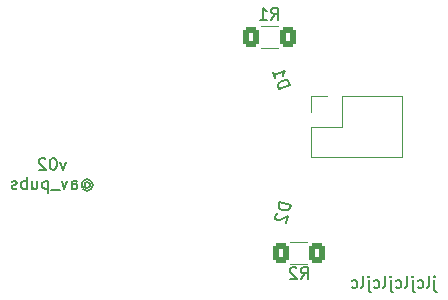
<source format=gbo>
%TF.GenerationSoftware,KiCad,Pcbnew,(6.99.0-2452-gdb4f2d9dd8)*%
%TF.CreationDate,2022-07-19T04:59:32+04:00*%
%TF.ProjectId,jwtelescope,6a777465-6c65-4736-936f-70652e6b6963,rev?*%
%TF.SameCoordinates,Original*%
%TF.FileFunction,Legend,Bot*%
%TF.FilePolarity,Positive*%
%FSLAX46Y46*%
G04 Gerber Fmt 4.6, Leading zero omitted, Abs format (unit mm)*
G04 Created by KiCad (PCBNEW (6.99.0-2452-gdb4f2d9dd8)) date 2022-07-19 04:59:32*
%MOMM*%
%LPD*%
G01*
G04 APERTURE LIST*
G04 Aperture macros list*
%AMRoundRect*
0 Rectangle with rounded corners*
0 $1 Rounding radius*
0 $2 $3 $4 $5 $6 $7 $8 $9 X,Y pos of 4 corners*
0 Add a 4 corners polygon primitive as box body*
4,1,4,$2,$3,$4,$5,$6,$7,$8,$9,$2,$3,0*
0 Add four circle primitives for the rounded corners*
1,1,$1+$1,$2,$3*
1,1,$1+$1,$4,$5*
1,1,$1+$1,$6,$7*
1,1,$1+$1,$8,$9*
0 Add four rect primitives between the rounded corners*
20,1,$1+$1,$2,$3,$4,$5,0*
20,1,$1+$1,$4,$5,$6,$7,0*
20,1,$1+$1,$6,$7,$8,$9,0*
20,1,$1+$1,$8,$9,$2,$3,0*%
G04 Aperture macros list end*
%ADD10C,0.150000*%
%ADD11C,0.120000*%
%ADD12RoundRect,0.250000X-0.400000X-0.625000X0.400000X-0.625000X0.400000X0.625000X-0.400000X0.625000X0*%
%ADD13R,1.700000X1.700000*%
%ADD14O,1.700000X1.700000*%
%ADD15RoundRect,0.250001X0.483999X-0.608501X0.723406X0.284978X-0.483999X0.608501X-0.723406X-0.284978X0*%
%ADD16RoundRect,0.250001X0.741523X-0.233822X0.440373X0.640781X-0.741523X0.233822X-0.440373X-0.640781X0*%
%ADD17RoundRect,0.250000X0.400000X0.625000X-0.400000X0.625000X-0.400000X-0.625000X0.400000X-0.625000X0*%
G04 APERTURE END LIST*
D10*
X76990475Y-47290714D02*
X76752380Y-47957380D01*
X76752380Y-47957380D02*
X76514285Y-47290714D01*
X75942856Y-46957380D02*
X75847618Y-46957380D01*
X75847618Y-46957380D02*
X75752380Y-47005000D01*
X75752380Y-47005000D02*
X75704761Y-47052619D01*
X75704761Y-47052619D02*
X75657142Y-47147857D01*
X75657142Y-47147857D02*
X75609523Y-47338333D01*
X75609523Y-47338333D02*
X75609523Y-47576428D01*
X75609523Y-47576428D02*
X75657142Y-47766904D01*
X75657142Y-47766904D02*
X75704761Y-47862142D01*
X75704761Y-47862142D02*
X75752380Y-47909761D01*
X75752380Y-47909761D02*
X75847618Y-47957380D01*
X75847618Y-47957380D02*
X75942856Y-47957380D01*
X75942856Y-47957380D02*
X76038094Y-47909761D01*
X76038094Y-47909761D02*
X76085713Y-47862142D01*
X76085713Y-47862142D02*
X76133332Y-47766904D01*
X76133332Y-47766904D02*
X76180951Y-47576428D01*
X76180951Y-47576428D02*
X76180951Y-47338333D01*
X76180951Y-47338333D02*
X76133332Y-47147857D01*
X76133332Y-47147857D02*
X76085713Y-47052619D01*
X76085713Y-47052619D02*
X76038094Y-47005000D01*
X76038094Y-47005000D02*
X75942856Y-46957380D01*
X75228570Y-47052619D02*
X75180951Y-47005000D01*
X75180951Y-47005000D02*
X75085713Y-46957380D01*
X75085713Y-46957380D02*
X74847618Y-46957380D01*
X74847618Y-46957380D02*
X74752380Y-47005000D01*
X74752380Y-47005000D02*
X74704761Y-47052619D01*
X74704761Y-47052619D02*
X74657142Y-47147857D01*
X74657142Y-47147857D02*
X74657142Y-47243095D01*
X74657142Y-47243095D02*
X74704761Y-47385952D01*
X74704761Y-47385952D02*
X75276189Y-47957380D01*
X75276189Y-47957380D02*
X74657142Y-47957380D01*
X78561905Y-49101190D02*
X78609524Y-49053571D01*
X78609524Y-49053571D02*
X78704762Y-49005952D01*
X78704762Y-49005952D02*
X78800000Y-49005952D01*
X78800000Y-49005952D02*
X78895238Y-49053571D01*
X78895238Y-49053571D02*
X78942857Y-49101190D01*
X78942857Y-49101190D02*
X78990476Y-49196428D01*
X78990476Y-49196428D02*
X78990476Y-49291666D01*
X78990476Y-49291666D02*
X78942857Y-49386904D01*
X78942857Y-49386904D02*
X78895238Y-49434523D01*
X78895238Y-49434523D02*
X78800000Y-49482142D01*
X78800000Y-49482142D02*
X78704762Y-49482142D01*
X78704762Y-49482142D02*
X78609524Y-49434523D01*
X78609524Y-49434523D02*
X78561905Y-49386904D01*
X78561905Y-49005952D02*
X78561905Y-49386904D01*
X78561905Y-49386904D02*
X78514286Y-49434523D01*
X78514286Y-49434523D02*
X78466667Y-49434523D01*
X78466667Y-49434523D02*
X78371428Y-49386904D01*
X78371428Y-49386904D02*
X78323809Y-49291666D01*
X78323809Y-49291666D02*
X78323809Y-49053571D01*
X78323809Y-49053571D02*
X78419048Y-48910714D01*
X78419048Y-48910714D02*
X78561905Y-48815476D01*
X78561905Y-48815476D02*
X78752381Y-48767857D01*
X78752381Y-48767857D02*
X78942857Y-48815476D01*
X78942857Y-48815476D02*
X79085714Y-48910714D01*
X79085714Y-48910714D02*
X79180952Y-49053571D01*
X79180952Y-49053571D02*
X79228571Y-49244047D01*
X79228571Y-49244047D02*
X79180952Y-49434523D01*
X79180952Y-49434523D02*
X79085714Y-49577380D01*
X79085714Y-49577380D02*
X78942857Y-49672619D01*
X78942857Y-49672619D02*
X78752381Y-49720238D01*
X78752381Y-49720238D02*
X78561905Y-49672619D01*
X78561905Y-49672619D02*
X78419048Y-49577380D01*
X77466667Y-49577380D02*
X77466667Y-49053571D01*
X77466667Y-49053571D02*
X77514286Y-48958333D01*
X77514286Y-48958333D02*
X77609524Y-48910714D01*
X77609524Y-48910714D02*
X77800000Y-48910714D01*
X77800000Y-48910714D02*
X77895238Y-48958333D01*
X77466667Y-49529761D02*
X77561905Y-49577380D01*
X77561905Y-49577380D02*
X77800000Y-49577380D01*
X77800000Y-49577380D02*
X77895238Y-49529761D01*
X77895238Y-49529761D02*
X77942857Y-49434523D01*
X77942857Y-49434523D02*
X77942857Y-49339285D01*
X77942857Y-49339285D02*
X77895238Y-49244047D01*
X77895238Y-49244047D02*
X77800000Y-49196428D01*
X77800000Y-49196428D02*
X77561905Y-49196428D01*
X77561905Y-49196428D02*
X77466667Y-49148809D01*
X77085714Y-48910714D02*
X76847619Y-49577380D01*
X76847619Y-49577380D02*
X76609524Y-48910714D01*
X76466667Y-49672619D02*
X75704762Y-49672619D01*
X75466666Y-48910714D02*
X75466666Y-49910714D01*
X75466666Y-48958333D02*
X75371428Y-48910714D01*
X75371428Y-48910714D02*
X75180952Y-48910714D01*
X75180952Y-48910714D02*
X75085714Y-48958333D01*
X75085714Y-48958333D02*
X75038095Y-49005952D01*
X75038095Y-49005952D02*
X74990476Y-49101190D01*
X74990476Y-49101190D02*
X74990476Y-49386904D01*
X74990476Y-49386904D02*
X75038095Y-49482142D01*
X75038095Y-49482142D02*
X75085714Y-49529761D01*
X75085714Y-49529761D02*
X75180952Y-49577380D01*
X75180952Y-49577380D02*
X75371428Y-49577380D01*
X75371428Y-49577380D02*
X75466666Y-49529761D01*
X74133333Y-48910714D02*
X74133333Y-49577380D01*
X74561904Y-48910714D02*
X74561904Y-49434523D01*
X74561904Y-49434523D02*
X74514285Y-49529761D01*
X74514285Y-49529761D02*
X74419047Y-49577380D01*
X74419047Y-49577380D02*
X74276190Y-49577380D01*
X74276190Y-49577380D02*
X74180952Y-49529761D01*
X74180952Y-49529761D02*
X74133333Y-49482142D01*
X73657142Y-49577380D02*
X73657142Y-48577380D01*
X73657142Y-48958333D02*
X73561904Y-48910714D01*
X73561904Y-48910714D02*
X73371428Y-48910714D01*
X73371428Y-48910714D02*
X73276190Y-48958333D01*
X73276190Y-48958333D02*
X73228571Y-49005952D01*
X73228571Y-49005952D02*
X73180952Y-49101190D01*
X73180952Y-49101190D02*
X73180952Y-49386904D01*
X73180952Y-49386904D02*
X73228571Y-49482142D01*
X73228571Y-49482142D02*
X73276190Y-49529761D01*
X73276190Y-49529761D02*
X73371428Y-49577380D01*
X73371428Y-49577380D02*
X73561904Y-49577380D01*
X73561904Y-49577380D02*
X73657142Y-49529761D01*
X72799999Y-49529761D02*
X72704761Y-49577380D01*
X72704761Y-49577380D02*
X72514285Y-49577380D01*
X72514285Y-49577380D02*
X72419047Y-49529761D01*
X72419047Y-49529761D02*
X72371428Y-49434523D01*
X72371428Y-49434523D02*
X72371428Y-49386904D01*
X72371428Y-49386904D02*
X72419047Y-49291666D01*
X72419047Y-49291666D02*
X72514285Y-49244047D01*
X72514285Y-49244047D02*
X72657142Y-49244047D01*
X72657142Y-49244047D02*
X72752380Y-49196428D01*
X72752380Y-49196428D02*
X72799999Y-49101190D01*
X72799999Y-49101190D02*
X72799999Y-49053571D01*
X72799999Y-49053571D02*
X72752380Y-48958333D01*
X72752380Y-48958333D02*
X72657142Y-48910714D01*
X72657142Y-48910714D02*
X72514285Y-48910714D01*
X72514285Y-48910714D02*
X72419047Y-48958333D01*
X108176190Y-57300714D02*
X108176190Y-58157857D01*
X108176190Y-58157857D02*
X108223809Y-58253095D01*
X108223809Y-58253095D02*
X108319047Y-58300714D01*
X108319047Y-58300714D02*
X108366666Y-58300714D01*
X108176190Y-56967380D02*
X108223809Y-57015000D01*
X108223809Y-57015000D02*
X108176190Y-57062619D01*
X108176190Y-57062619D02*
X108128571Y-57015000D01*
X108128571Y-57015000D02*
X108176190Y-56967380D01*
X108176190Y-56967380D02*
X108176190Y-57062619D01*
X107557143Y-57967380D02*
X107652381Y-57919761D01*
X107652381Y-57919761D02*
X107700000Y-57824523D01*
X107700000Y-57824523D02*
X107700000Y-56967380D01*
X106747619Y-57919761D02*
X106842857Y-57967380D01*
X106842857Y-57967380D02*
X107033333Y-57967380D01*
X107033333Y-57967380D02*
X107128571Y-57919761D01*
X107128571Y-57919761D02*
X107176190Y-57872142D01*
X107176190Y-57872142D02*
X107223809Y-57776904D01*
X107223809Y-57776904D02*
X107223809Y-57491190D01*
X107223809Y-57491190D02*
X107176190Y-57395952D01*
X107176190Y-57395952D02*
X107128571Y-57348333D01*
X107128571Y-57348333D02*
X107033333Y-57300714D01*
X107033333Y-57300714D02*
X106842857Y-57300714D01*
X106842857Y-57300714D02*
X106747619Y-57348333D01*
X106319047Y-57300714D02*
X106319047Y-58157857D01*
X106319047Y-58157857D02*
X106366666Y-58253095D01*
X106366666Y-58253095D02*
X106461904Y-58300714D01*
X106461904Y-58300714D02*
X106509523Y-58300714D01*
X106319047Y-56967380D02*
X106366666Y-57015000D01*
X106366666Y-57015000D02*
X106319047Y-57062619D01*
X106319047Y-57062619D02*
X106271428Y-57015000D01*
X106271428Y-57015000D02*
X106319047Y-56967380D01*
X106319047Y-56967380D02*
X106319047Y-57062619D01*
X105700000Y-57967380D02*
X105795238Y-57919761D01*
X105795238Y-57919761D02*
X105842857Y-57824523D01*
X105842857Y-57824523D02*
X105842857Y-56967380D01*
X104890476Y-57919761D02*
X104985714Y-57967380D01*
X104985714Y-57967380D02*
X105176190Y-57967380D01*
X105176190Y-57967380D02*
X105271428Y-57919761D01*
X105271428Y-57919761D02*
X105319047Y-57872142D01*
X105319047Y-57872142D02*
X105366666Y-57776904D01*
X105366666Y-57776904D02*
X105366666Y-57491190D01*
X105366666Y-57491190D02*
X105319047Y-57395952D01*
X105319047Y-57395952D02*
X105271428Y-57348333D01*
X105271428Y-57348333D02*
X105176190Y-57300714D01*
X105176190Y-57300714D02*
X104985714Y-57300714D01*
X104985714Y-57300714D02*
X104890476Y-57348333D01*
X104461904Y-57300714D02*
X104461904Y-58157857D01*
X104461904Y-58157857D02*
X104509523Y-58253095D01*
X104509523Y-58253095D02*
X104604761Y-58300714D01*
X104604761Y-58300714D02*
X104652380Y-58300714D01*
X104461904Y-56967380D02*
X104509523Y-57015000D01*
X104509523Y-57015000D02*
X104461904Y-57062619D01*
X104461904Y-57062619D02*
X104414285Y-57015000D01*
X104414285Y-57015000D02*
X104461904Y-56967380D01*
X104461904Y-56967380D02*
X104461904Y-57062619D01*
X103842857Y-57967380D02*
X103938095Y-57919761D01*
X103938095Y-57919761D02*
X103985714Y-57824523D01*
X103985714Y-57824523D02*
X103985714Y-56967380D01*
X103033333Y-57919761D02*
X103128571Y-57967380D01*
X103128571Y-57967380D02*
X103319047Y-57967380D01*
X103319047Y-57967380D02*
X103414285Y-57919761D01*
X103414285Y-57919761D02*
X103461904Y-57872142D01*
X103461904Y-57872142D02*
X103509523Y-57776904D01*
X103509523Y-57776904D02*
X103509523Y-57491190D01*
X103509523Y-57491190D02*
X103461904Y-57395952D01*
X103461904Y-57395952D02*
X103414285Y-57348333D01*
X103414285Y-57348333D02*
X103319047Y-57300714D01*
X103319047Y-57300714D02*
X103128571Y-57300714D01*
X103128571Y-57300714D02*
X103033333Y-57348333D01*
X102604761Y-57300714D02*
X102604761Y-58157857D01*
X102604761Y-58157857D02*
X102652380Y-58253095D01*
X102652380Y-58253095D02*
X102747618Y-58300714D01*
X102747618Y-58300714D02*
X102795237Y-58300714D01*
X102604761Y-56967380D02*
X102652380Y-57015000D01*
X102652380Y-57015000D02*
X102604761Y-57062619D01*
X102604761Y-57062619D02*
X102557142Y-57015000D01*
X102557142Y-57015000D02*
X102604761Y-56967380D01*
X102604761Y-56967380D02*
X102604761Y-57062619D01*
X101985714Y-57967380D02*
X102080952Y-57919761D01*
X102080952Y-57919761D02*
X102128571Y-57824523D01*
X102128571Y-57824523D02*
X102128571Y-56967380D01*
X101176190Y-57919761D02*
X101271428Y-57967380D01*
X101271428Y-57967380D02*
X101461904Y-57967380D01*
X101461904Y-57967380D02*
X101557142Y-57919761D01*
X101557142Y-57919761D02*
X101604761Y-57872142D01*
X101604761Y-57872142D02*
X101652380Y-57776904D01*
X101652380Y-57776904D02*
X101652380Y-57491190D01*
X101652380Y-57491190D02*
X101604761Y-57395952D01*
X101604761Y-57395952D02*
X101557142Y-57348333D01*
X101557142Y-57348333D02*
X101461904Y-57300714D01*
X101461904Y-57300714D02*
X101271428Y-57300714D01*
X101271428Y-57300714D02*
X101176190Y-57348333D01*
X96866666Y-57187380D02*
X97199999Y-56711190D01*
X97438094Y-57187380D02*
X97438094Y-56187380D01*
X97438094Y-56187380D02*
X97057142Y-56187380D01*
X97057142Y-56187380D02*
X96961904Y-56235000D01*
X96961904Y-56235000D02*
X96914285Y-56282619D01*
X96914285Y-56282619D02*
X96866666Y-56377857D01*
X96866666Y-56377857D02*
X96866666Y-56520714D01*
X96866666Y-56520714D02*
X96914285Y-56615952D01*
X96914285Y-56615952D02*
X96961904Y-56663571D01*
X96961904Y-56663571D02*
X97057142Y-56711190D01*
X97057142Y-56711190D02*
X97438094Y-56711190D01*
X96485713Y-56282619D02*
X96438094Y-56235000D01*
X96438094Y-56235000D02*
X96342856Y-56187380D01*
X96342856Y-56187380D02*
X96104761Y-56187380D01*
X96104761Y-56187380D02*
X96009523Y-56235000D01*
X96009523Y-56235000D02*
X95961904Y-56282619D01*
X95961904Y-56282619D02*
X95914285Y-56377857D01*
X95914285Y-56377857D02*
X95914285Y-56473095D01*
X95914285Y-56473095D02*
X95961904Y-56615952D01*
X95961904Y-56615952D02*
X96533332Y-57187380D01*
X96533332Y-57187380D02*
X95914285Y-57187380D01*
X96003880Y-50953191D02*
X95037954Y-50694372D01*
X95037954Y-50694372D02*
X94976331Y-50924354D01*
X94976331Y-50924354D02*
X94985353Y-51074668D01*
X94985353Y-51074668D02*
X95052697Y-51191311D01*
X95052697Y-51191311D02*
X95132365Y-51261957D01*
X95132365Y-51261957D02*
X95304026Y-51357252D01*
X95304026Y-51357252D02*
X95442015Y-51394226D01*
X95442015Y-51394226D02*
X95638326Y-51397528D01*
X95638326Y-51397528D02*
X95742644Y-51376181D01*
X95742644Y-51376181D02*
X95859286Y-51308838D01*
X95859286Y-51308838D02*
X95942257Y-51183173D01*
X95942257Y-51183173D02*
X96003880Y-50953191D01*
X94883453Y-51638951D02*
X94825132Y-51672622D01*
X94825132Y-51672622D02*
X94754486Y-51752291D01*
X94754486Y-51752291D02*
X94692862Y-51982273D01*
X94692862Y-51982273D02*
X94714209Y-52086591D01*
X94714209Y-52086591D02*
X94747881Y-52144912D01*
X94747881Y-52144912D02*
X94827549Y-52215558D01*
X94827549Y-52215558D02*
X94919542Y-52240207D01*
X94919542Y-52240207D02*
X95069856Y-52231185D01*
X95069856Y-52231185D02*
X95769711Y-51827124D01*
X95769711Y-51827124D02*
X95609489Y-52425078D01*
X95013778Y-41124955D02*
X95959297Y-40799387D01*
X95959297Y-40799387D02*
X95881780Y-40574264D01*
X95881780Y-40574264D02*
X95790246Y-40454693D01*
X95790246Y-40454693D02*
X95669190Y-40395650D01*
X95669190Y-40395650D02*
X95563638Y-40381632D01*
X95563638Y-40381632D02*
X95368036Y-40398620D01*
X95368036Y-40398620D02*
X95232961Y-40445130D01*
X95232961Y-40445130D02*
X95068366Y-40552167D01*
X95068366Y-40552167D02*
X94993820Y-40628199D01*
X94993820Y-40628199D02*
X94934777Y-40749255D01*
X94934777Y-40749255D02*
X94936262Y-40899832D01*
X94936262Y-40899832D02*
X95013778Y-41124955D01*
X94517674Y-39684165D02*
X94703713Y-40224461D01*
X94610694Y-39954313D02*
X95556212Y-39628745D01*
X95556212Y-39628745D02*
X95452145Y-39765304D01*
X95452145Y-39765304D02*
X95393102Y-39886360D01*
X95393102Y-39886360D02*
X95379084Y-39991913D01*
X94366666Y-35247380D02*
X94699999Y-34771190D01*
X94938094Y-35247380D02*
X94938094Y-34247380D01*
X94938094Y-34247380D02*
X94557142Y-34247380D01*
X94557142Y-34247380D02*
X94461904Y-34295000D01*
X94461904Y-34295000D02*
X94414285Y-34342619D01*
X94414285Y-34342619D02*
X94366666Y-34437857D01*
X94366666Y-34437857D02*
X94366666Y-34580714D01*
X94366666Y-34580714D02*
X94414285Y-34675952D01*
X94414285Y-34675952D02*
X94461904Y-34723571D01*
X94461904Y-34723571D02*
X94557142Y-34771190D01*
X94557142Y-34771190D02*
X94938094Y-34771190D01*
X93414285Y-35247380D02*
X93985713Y-35247380D01*
X93699999Y-35247380D02*
X93699999Y-34247380D01*
X93699999Y-34247380D02*
X93795237Y-34390238D01*
X93795237Y-34390238D02*
X93890475Y-34485476D01*
X93890475Y-34485476D02*
X93985713Y-34533095D01*
D11*
X95972936Y-54090000D02*
X97427064Y-54090000D01*
X95972936Y-55910000D02*
X97427064Y-55910000D01*
X105470000Y-41700000D02*
X105470000Y-46900000D01*
X100330000Y-41700000D02*
X105470000Y-41700000D01*
X100330000Y-41700000D02*
X100330000Y-44300000D01*
X99060000Y-41700000D02*
X97730000Y-41700000D01*
X97730000Y-41700000D02*
X97730000Y-43030000D01*
X100330000Y-44300000D02*
X97730000Y-44300000D01*
X97730000Y-44300000D02*
X97730000Y-46900000D01*
X97730000Y-46900000D02*
X105470000Y-46900000D01*
X94927064Y-37610000D02*
X93472936Y-37610000D01*
X94927064Y-35790000D02*
X93472936Y-35790000D01*
%LPC*%
D10*
G36*
X88400000Y-36000000D02*
G01*
X89000000Y-38100000D01*
X90100000Y-38100000D01*
X90700000Y-40100000D01*
X92000000Y-40200000D01*
X92600000Y-42200000D01*
X92100000Y-44000000D01*
X92800000Y-46100000D01*
X92300000Y-48000000D01*
X92900000Y-49900000D01*
X92400000Y-51900000D01*
X91100000Y-51900000D01*
X90700000Y-53700000D01*
X89400000Y-53600000D01*
X88900000Y-55600000D01*
X87700000Y-55500000D01*
X87200000Y-53500000D01*
X85900000Y-53400000D01*
X85300000Y-51500000D01*
X84100000Y-51500000D01*
X83500000Y-49500000D01*
X84000000Y-47500000D01*
X83300000Y-45400000D01*
X83900000Y-43600000D01*
X83200000Y-41600000D01*
X83800000Y-39700000D01*
X84900000Y-39700000D01*
X85300000Y-37800000D01*
X86600000Y-37800000D01*
X87100000Y-35900000D01*
X88400000Y-36000000D01*
G37*
X88400000Y-36000000D02*
X89000000Y-38100000D01*
X90100000Y-38100000D01*
X90700000Y-40100000D01*
X92000000Y-40200000D01*
X92600000Y-42200000D01*
X92100000Y-44000000D01*
X92800000Y-46100000D01*
X92300000Y-48000000D01*
X92900000Y-49900000D01*
X92400000Y-51900000D01*
X91100000Y-51900000D01*
X90700000Y-53700000D01*
X89400000Y-53600000D01*
X88900000Y-55600000D01*
X87700000Y-55500000D01*
X87200000Y-53500000D01*
X85900000Y-53400000D01*
X85300000Y-51500000D01*
X84100000Y-51500000D01*
X83500000Y-49500000D01*
X84000000Y-47500000D01*
X83300000Y-45400000D01*
X83900000Y-43600000D01*
X83200000Y-41600000D01*
X83800000Y-39700000D01*
X84900000Y-39700000D01*
X85300000Y-37800000D01*
X86600000Y-37800000D01*
X87100000Y-35900000D01*
X88400000Y-36000000D01*
D12*
X95150000Y-55000000D03*
X98250000Y-55000000D03*
D13*
X99059999Y-43029999D03*
D14*
X99059999Y-45569999D03*
X101599999Y-43029999D03*
X101599999Y-45569999D03*
X104139999Y-43029999D03*
X104139999Y-45569999D03*
D15*
X93315007Y-52536815D03*
X94084993Y-49663185D03*
D16*
X93884283Y-42306459D03*
X92915717Y-39493541D03*
D17*
X95750000Y-36700000D03*
X92650000Y-36700000D03*
M02*

</source>
